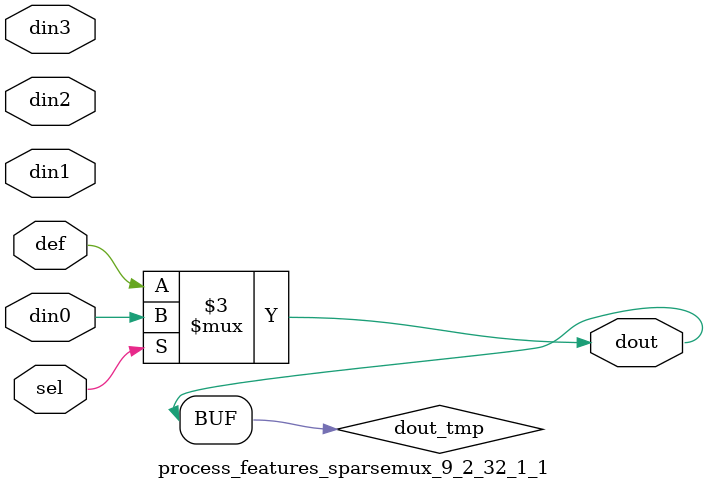
<source format=v>
`timescale 1ns / 1ps

module process_features_sparsemux_9_2_32_1_1 (din0,din1,din2,din3,def,sel,dout);

parameter din0_WIDTH = 1;

parameter din1_WIDTH = 1;

parameter din2_WIDTH = 1;

parameter din3_WIDTH = 1;

parameter def_WIDTH = 1;
parameter sel_WIDTH = 1;
parameter dout_WIDTH = 1;

parameter [sel_WIDTH-1:0] CASE0 = 1;

parameter [sel_WIDTH-1:0] CASE1 = 1;

parameter [sel_WIDTH-1:0] CASE2 = 1;

parameter [sel_WIDTH-1:0] CASE3 = 1;

parameter ID = 1;
parameter NUM_STAGE = 1;



input [din0_WIDTH-1:0] din0;

input [din1_WIDTH-1:0] din1;

input [din2_WIDTH-1:0] din2;

input [din3_WIDTH-1:0] din3;

input [def_WIDTH-1:0] def;
input [sel_WIDTH-1:0] sel;

output [dout_WIDTH-1:0] dout;



reg [dout_WIDTH-1:0] dout_tmp;


always @ (*) begin
(* parallel_case *) case (sel)
    
    CASE0 : dout_tmp = din0;
    
    CASE1 : dout_tmp = din1;
    
    CASE2 : dout_tmp = din2;
    
    CASE3 : dout_tmp = din3;
    
    default : dout_tmp = def;
endcase
end


assign dout = dout_tmp;



endmodule

</source>
